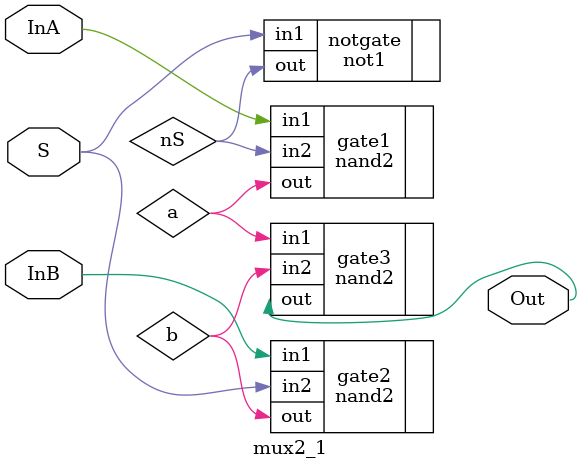
<source format=v>
module mux2_1(InA,InB,S,Out);
input InA, InB, S;
output Out;
wire nS,a,b;

not1 notgate(.in1(S),.out(nS));
nand2 gate1(.in1(InA),.in2(nS),.out(a));
nand2 gate2(.in1(InB),.in2(S),.out(b));
nand2 gate3(.in1(a),.in2(b),.out(Out));

endmodule

</source>
